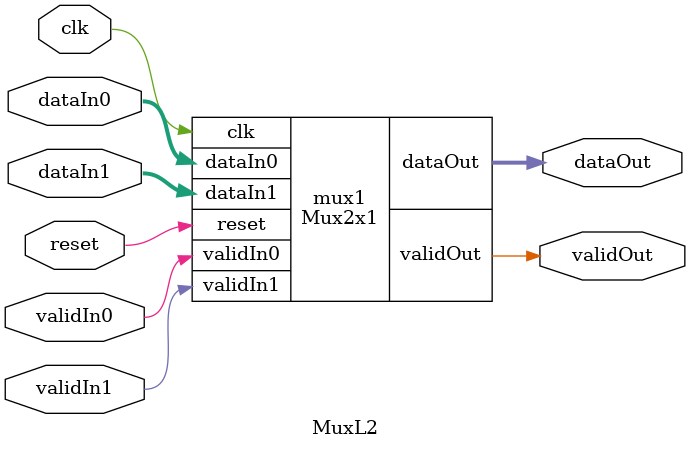
<source format=v>
/* Generated by Yosys 0.9 (git sha1 1979e0b) */

(* src = "Mux2x1.v:1" *)
module Mux2x1(dataOut, validOut, dataIn0, dataIn1, validIn0, validIn1, clk, reset);
  (* src = "Mux2x1.v:39" *)
  wire [7:0] _000_;
  (* src = "Mux2x1.v:15" *)
  wire _001_;
  (* src = "Mux2x1.v:39" *)
  wire _002_;
  wire _003_;
  wire _004_;
  wire _005_;
  wire _006_;
  wire _007_;
  wire _008_;
  wire _009_;
  wire _010_;
  wire _011_;
  wire _012_;
  wire _013_;
  wire _014_;
  wire _015_;
  wire _016_;
  wire _017_;
  wire _018_;
  wire _019_;
  wire _020_;
  wire _021_;
  wire _022_;
  wire _023_;
  wire _024_;
  wire _025_;
  wire _026_;
  wire _027_;
  wire _028_;
  wire _029_;
  wire _030_;
  wire _031_;
  wire _032_;
  wire _033_;
  wire _034_;
  wire _035_;
  wire _036_;
  wire _037_;
  wire _038_;
  wire _039_;
  wire _040_;
  wire _041_;
  wire _042_;
  wire _043_;
  wire _044_;
  wire _045_;
  wire _046_;
  wire _047_;
  wire _048_;
  wire _049_;
  wire _050_;
  wire _051_;
  wire _052_;
  wire _053_;
  wire _054_;
  wire _055_;
  wire _056_;
  wire _057_;
  wire _058_;
  wire _059_;
  wire _060_;
  wire _061_;
  wire _062_;
  wire _063_;
  wire _064_;
  wire _065_;
  (* src = "Mux2x1.v:8" *)
  input clk;
  (* src = "Mux2x1.v:4" *)
  input [7:0] dataIn0;
  (* src = "Mux2x1.v:5" *)
  input [7:0] dataIn1;
  (* src = "Mux2x1.v:2" *)
  output [7:0] dataOut;
  (* src = "Mux2x1.v:9" *)
  input reset;
  (* src = "Mux2x1.v:13" *)
  wire selector;
  (* src = "Mux2x1.v:6" *)
  input validIn0;
  (* src = "Mux2x1.v:7" *)
  input validIn1;
  (* src = "Mux2x1.v:3" *)
  output validOut;
  NOT _066_ (
    .A(reset),
    .Y(_011_)
  );
  NOT _067_ (
    .A(validIn1),
    .Y(_012_)
  );
  NOT _068_ (
    .A(selector),
    .Y(_013_)
  );
  NOT _069_ (
    .A(dataOut[0]),
    .Y(_014_)
  );
  NOT _070_ (
    .A(dataOut[1]),
    .Y(_015_)
  );
  NOT _071_ (
    .A(dataOut[2]),
    .Y(_016_)
  );
  NOT _072_ (
    .A(dataOut[3]),
    .Y(_017_)
  );
  NOT _073_ (
    .A(dataOut[4]),
    .Y(_018_)
  );
  NOT _074_ (
    .A(dataOut[5]),
    .Y(_019_)
  );
  NOT _075_ (
    .A(dataOut[6]),
    .Y(_020_)
  );
  NOT _076_ (
    .A(dataOut[7]),
    .Y(_021_)
  );
  NAND _077_ (
    .A(validIn0),
    .B(selector),
    .Y(_022_)
  );
  NOT _078_ (
    .A(_022_),
    .Y(_023_)
  );
  NOR _079_ (
    .A(_012_),
    .B(selector),
    .Y(_024_)
  );
  NOR _080_ (
    .A(_023_),
    .B(_024_),
    .Y(_025_)
  );
  NAND _081_ (
    .A(selector),
    .B(dataIn0[0]),
    .Y(_026_)
  );
  NAND _082_ (
    .A(_013_),
    .B(dataIn1[0]),
    .Y(_027_)
  );
  NAND _083_ (
    .A(_026_),
    .B(_027_),
    .Y(_028_)
  );
  NOR _084_ (
    .A(_025_),
    .B(_028_),
    .Y(_029_)
  );
  NAND _085_ (
    .A(_014_),
    .B(_025_),
    .Y(_030_)
  );
  NAND _086_ (
    .A(reset),
    .B(_030_),
    .Y(_031_)
  );
  NOR _087_ (
    .A(_029_),
    .B(_031_),
    .Y(_000_[0])
  );
  NAND _088_ (
    .A(selector),
    .B(dataIn0[1]),
    .Y(_032_)
  );
  NAND _089_ (
    .A(_013_),
    .B(dataIn1[1]),
    .Y(_033_)
  );
  NAND _090_ (
    .A(_032_),
    .B(_033_),
    .Y(_034_)
  );
  NOR _091_ (
    .A(_025_),
    .B(_034_),
    .Y(_035_)
  );
  NAND _092_ (
    .A(_015_),
    .B(_025_),
    .Y(_036_)
  );
  NAND _093_ (
    .A(reset),
    .B(_036_),
    .Y(_037_)
  );
  NOR _094_ (
    .A(_035_),
    .B(_037_),
    .Y(_000_[1])
  );
  NAND _095_ (
    .A(selector),
    .B(dataIn0[2]),
    .Y(_038_)
  );
  NAND _096_ (
    .A(_013_),
    .B(dataIn1[2]),
    .Y(_039_)
  );
  NAND _097_ (
    .A(_038_),
    .B(_039_),
    .Y(_040_)
  );
  NOR _098_ (
    .A(_025_),
    .B(_040_),
    .Y(_041_)
  );
  NAND _099_ (
    .A(_016_),
    .B(_025_),
    .Y(_042_)
  );
  NAND _100_ (
    .A(reset),
    .B(_042_),
    .Y(_043_)
  );
  NOR _101_ (
    .A(_041_),
    .B(_043_),
    .Y(_000_[2])
  );
  NAND _102_ (
    .A(selector),
    .B(dataIn0[3]),
    .Y(_044_)
  );
  NAND _103_ (
    .A(_013_),
    .B(dataIn1[3]),
    .Y(_045_)
  );
  NAND _104_ (
    .A(_044_),
    .B(_045_),
    .Y(_046_)
  );
  NOR _105_ (
    .A(_025_),
    .B(_046_),
    .Y(_047_)
  );
  NAND _106_ (
    .A(_017_),
    .B(_025_),
    .Y(_048_)
  );
  NAND _107_ (
    .A(reset),
    .B(_048_),
    .Y(_049_)
  );
  NOR _108_ (
    .A(_047_),
    .B(_049_),
    .Y(_000_[3])
  );
  NAND _109_ (
    .A(selector),
    .B(dataIn0[4]),
    .Y(_050_)
  );
  NAND _110_ (
    .A(_013_),
    .B(dataIn1[4]),
    .Y(_051_)
  );
  NAND _111_ (
    .A(_050_),
    .B(_051_),
    .Y(_052_)
  );
  NOR _112_ (
    .A(_025_),
    .B(_052_),
    .Y(_053_)
  );
  NAND _113_ (
    .A(_018_),
    .B(_025_),
    .Y(_054_)
  );
  NAND _114_ (
    .A(reset),
    .B(_054_),
    .Y(_055_)
  );
  NOR _115_ (
    .A(_053_),
    .B(_055_),
    .Y(_000_[4])
  );
  NAND _116_ (
    .A(selector),
    .B(dataIn0[5]),
    .Y(_056_)
  );
  NAND _117_ (
    .A(_013_),
    .B(dataIn1[5]),
    .Y(_057_)
  );
  NAND _118_ (
    .A(_056_),
    .B(_057_),
    .Y(_058_)
  );
  NOR _119_ (
    .A(_025_),
    .B(_058_),
    .Y(_059_)
  );
  NAND _120_ (
    .A(_019_),
    .B(_025_),
    .Y(_060_)
  );
  NAND _121_ (
    .A(reset),
    .B(_060_),
    .Y(_061_)
  );
  NOR _122_ (
    .A(_059_),
    .B(_061_),
    .Y(_000_[5])
  );
  NAND _123_ (
    .A(selector),
    .B(dataIn0[6]),
    .Y(_062_)
  );
  NAND _124_ (
    .A(_013_),
    .B(dataIn1[6]),
    .Y(_063_)
  );
  NAND _125_ (
    .A(_062_),
    .B(_063_),
    .Y(_064_)
  );
  NOR _126_ (
    .A(_025_),
    .B(_064_),
    .Y(_065_)
  );
  NAND _127_ (
    .A(_020_),
    .B(_025_),
    .Y(_003_)
  );
  NAND _128_ (
    .A(reset),
    .B(_003_),
    .Y(_004_)
  );
  NOR _129_ (
    .A(_065_),
    .B(_004_),
    .Y(_000_[6])
  );
  NAND _130_ (
    .A(selector),
    .B(dataIn0[7]),
    .Y(_005_)
  );
  NAND _131_ (
    .A(_013_),
    .B(dataIn1[7]),
    .Y(_006_)
  );
  NAND _132_ (
    .A(_005_),
    .B(_006_),
    .Y(_007_)
  );
  NOR _133_ (
    .A(_025_),
    .B(_007_),
    .Y(_008_)
  );
  NAND _134_ (
    .A(_021_),
    .B(_025_),
    .Y(_009_)
  );
  NAND _135_ (
    .A(reset),
    .B(_009_),
    .Y(_010_)
  );
  NOR _136_ (
    .A(_008_),
    .B(_010_),
    .Y(_000_[7])
  );
  NAND _137_ (
    .A(reset),
    .B(selector),
    .Y(_001_)
  );
  NOR _138_ (
    .A(_011_),
    .B(_025_),
    .Y(_002_)
  );
  (* src = "Mux2x1.v:39" *)
  DFF _139_ (
    .C(clk),
    .D(_000_[0]),
    .Q(dataOut[0])
  );
  (* src = "Mux2x1.v:39" *)
  DFF _140_ (
    .C(clk),
    .D(_000_[1]),
    .Q(dataOut[1])
  );
  (* src = "Mux2x1.v:39" *)
  DFF _141_ (
    .C(clk),
    .D(_000_[2]),
    .Q(dataOut[2])
  );
  (* src = "Mux2x1.v:39" *)
  DFF _142_ (
    .C(clk),
    .D(_000_[3]),
    .Q(dataOut[3])
  );
  (* src = "Mux2x1.v:39" *)
  DFF _143_ (
    .C(clk),
    .D(_000_[4]),
    .Q(dataOut[4])
  );
  (* src = "Mux2x1.v:39" *)
  DFF _144_ (
    .C(clk),
    .D(_000_[5]),
    .Q(dataOut[5])
  );
  (* src = "Mux2x1.v:39" *)
  DFF _145_ (
    .C(clk),
    .D(_000_[6]),
    .Q(dataOut[6])
  );
  (* src = "Mux2x1.v:39" *)
  DFF _146_ (
    .C(clk),
    .D(_000_[7]),
    .Q(dataOut[7])
  );
  (* src = "Mux2x1.v:39" *)
  DFF _147_ (
    .C(clk),
    .D(_002_),
    .Q(validOut)
  );
  (* src = "Mux2x1.v:15" *)
  DFF _148_ (
    .C(clk),
    .D(_001_),
    .Q(selector)
  );
endmodule

(* top =  1  *)
(* src = "MuxL2.v:3" *)
module MuxL2(dataOut, validOut, dataIn0, dataIn1, validIn0, validIn1, clk, reset);
  (* src = "MuxL2.v:10" *)
  input clk;
  (* src = "MuxL2.v:6" *)
  input [7:0] dataIn0;
  (* src = "MuxL2.v:7" *)
  input [7:0] dataIn1;
  (* src = "MuxL2.v:4" *)
  output [7:0] dataOut;
  (* src = "MuxL2.v:11" *)
  input reset;
  (* src = "MuxL2.v:8" *)
  input validIn0;
  (* src = "MuxL2.v:9" *)
  input validIn1;
  (* src = "MuxL2.v:5" *)
  output validOut;
  (* module_not_derived = 32'd1 *)
  (* src = "MuxL2.v:13" *)
  Mux2x1 mux1 (
    .clk(clk),
    .dataIn0(dataIn0),
    .dataIn1(dataIn1),
    .dataOut(dataOut),
    .reset(reset),
    .validIn0(validIn0),
    .validIn1(validIn1),
    .validOut(validOut)
  );
endmodule

</source>
